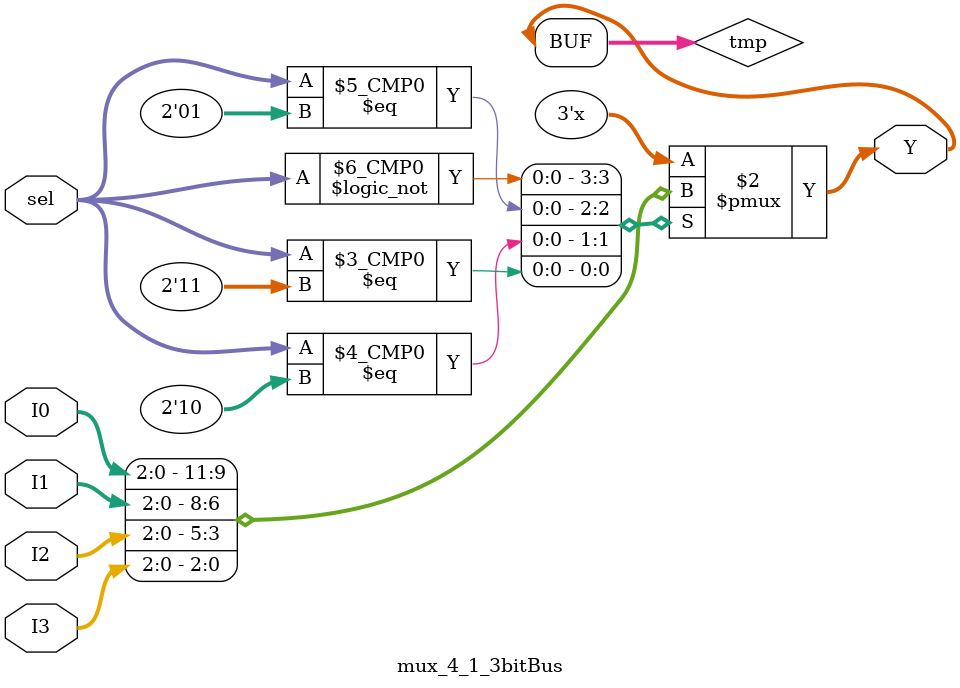
<source format=v>
`timescale 1ns / 1ps

module mux_4_1_3bitBus(
    input [2:0] I0, I1, I2, I3,
    input [1:0] sel,
    output [2:0] Y
);

reg [2:0] tmp;

always @(I0, I1, I2, I3, sel) begin
    case(sel)
    2'b00: tmp <= I0;
    2'b01: tmp <= I1;
    2'b10: tmp <= I2; 
    2'b11: tmp <= I3;
    default: tmp <= 2'b00;
    endcase
end
assign Y = tmp;

endmodule

</source>
